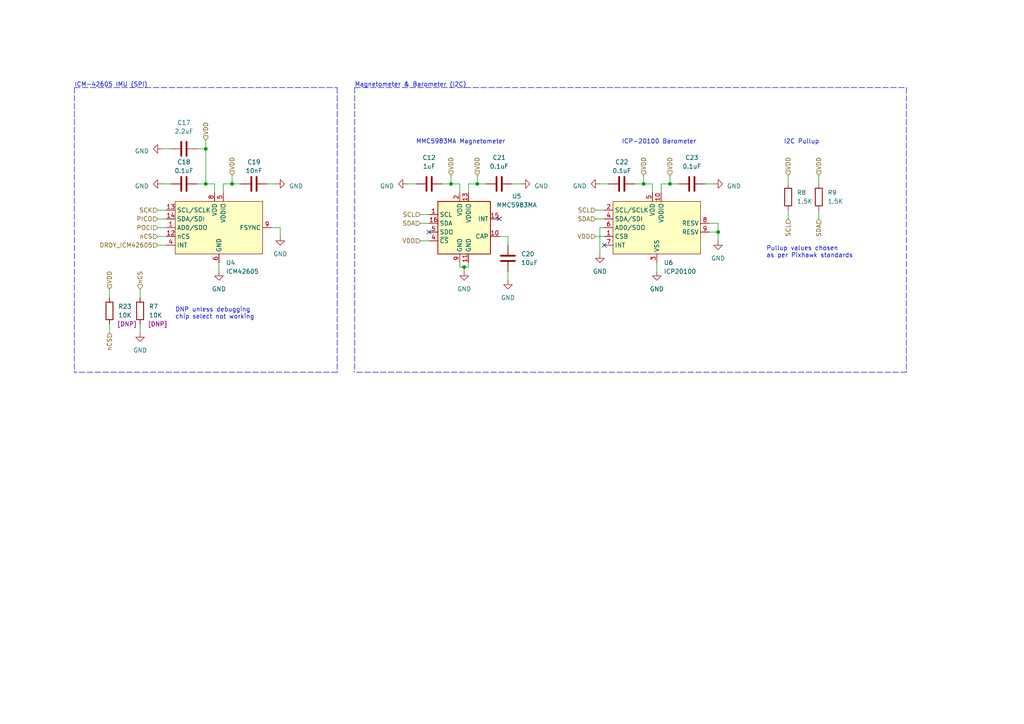
<source format=kicad_sch>
(kicad_sch (version 20211123) (generator eeschema)
  (paper "A4")
  (title_block (title "Sensor Suite") (date "2022-12-10") (rev "3") (company "Kalyan S, Vincent W, Kai G, Kush N") (comment 1 "ICM-42605 IMU") (comment 2 "MMC5983MA MAG") (comment 3 "BMP20100 BARO"))
  (lib_symbols
    (symbol "Device:C" (pin_numbers hide) (pin_names (offset 0.254))
      (property "Reference" "C" (at 0.635 2.54 0))
      (property "Value" "C" (at 0.635 -2.54 0))
      (symbol "C_0_1"
        (polyline (pts (xy -2.032 -0.762) (xy 2.032 -0.762)) (stroke (width 0.508)))
        (polyline (pts (xy -2.032 0.762) (xy 2.032 0.762)) (stroke (width 0.508)))
      )
      (symbol "C_1_1"
        (pin passive line (at 0 3.81 270) (length 2.794) (name "~") (number "1"))
        (pin passive line (at 0 -3.81 90) (length 2.794) (name "~") (number "2"))
      )
    )
    (symbol "Device:R" (pin_numbers hide) (pin_names (offset 0))
      (property "Reference" "R" (at 2.032 0 90))
      (property "Value" "R" (at 0 0 90))
      (symbol "R_0_1"
        (rectangle (start -1.016 -2.54) (end 1.016 2.54) (stroke (width 0.254)))
      )
      (symbol "R_1_1"
        (pin passive line (at 0 3.81 270) (length 1.27) (name "~") (number "1"))
        (pin passive line (at 0 -3.81 90) (length 1.27) (name "~") (number "2"))
      )
    )
    (symbol "ICM42605:ICM42605"
      (property "Reference" "U" (at -7.62 8.89 0))
      (property "Value" "ICM42605" (at 7.62 8.89 0))
      (symbol "ICM42605_0_1"
        (rectangle (start -12.7 7.62) (end 12.7 -7.62) (stroke (width 0.1524)) (fill (type background)))
      )
      (symbol "ICM42605_1_1"
        (pin bidirectional line (at -15.24 0 0) (length 2.54) (name "AD0/SDO") (number "1"))
        (pin input line (at -15.24 -2.54 0) (length 2.54) (name "nCS") (number "12"))
        (pin input line (at -15.24 5.08 0) (length 2.54) (name "SCL/SCLK") (number "13"))
        (pin bidirectional line (at -15.24 2.54 0) (length 2.54) (name "SDA/SDI") (number "14"))
        (pin output line (at -15.24 -5.08 0) (length 2.54) (name "INT") (number "4"))
        (pin power_in line (at 1.27 10.16 270) (length 2.54) (name "VDDIO") (number "5"))
        (pin power_in line (at 0 -10.16 90) (length 2.54) (name "GND") (number "6"))
        (pin power_in line (at -1.27 10.16 270) (length 2.54) (name "VDD") (number "8"))
        (pin passive line (at 15.24 0 180) (length 2.54) (name "FSYNC") (number "9"))
      )
    )
    (symbol "Invensense_ICP:ICP20100"
      (property "Reference" "U" (at -7.62 8.89 0))
      (property "Value" "ICP20100" (at 7.62 8.89 0))
      (symbol "ICP20100_0_1"
        (rectangle (start -12.7 7.62) (end 12.7 -7.62) (stroke (width 0.1524)) (fill (type background)))
      )
      (symbol "ICP20100_1_1"
        (pin input line (at -15.24 -2.54 0) (length 2.54) (name "CSB") (number "1"))
        (pin power_in line (at 1.27 10.16 270) (length 2.54) (name "VDDIO") (number "10"))
        (pin input line (at -15.24 5.08 0) (length 2.54) (name "SCL/SCLK") (number "2"))
        (pin power_in line (at 0 -10.16 90) (length 2.54) (name "VSS") (number "3"))
        (pin bidirectional line (at -15.24 2.54 0) (length 2.54) (name "SDA/SDI") (number "4"))
        (pin power_in line (at -1.27 10.16 270) (length 2.54) (name "VDD") (number "5"))
        (pin bidirectional line (at -15.24 0 0) (length 2.54) (name "AD0/SDO") (number "6"))
        (pin output line (at -15.24 -5.08 0) (length 2.54) (name "INT") (number "7"))
        (pin passive line (at 15.24 1.27 180) (length 2.54) (name "RESV") (number "8"))
        (pin passive line (at 15.24 -1.27 180) (length 2.54) (name "RESV") (number "9"))
      )
    )
    (symbol "MMC5983MA:MMC5983MA"
      (property "Reference" "U" (at -7.62 10.16 0))
      (property "Value" "MMC5983MA" (at 5.08 10.16 0))
      (symbol "MMC5983MA_0_0"
        (pin no_connect line (at 10.16 5.08 180) (length 2.54) hide (name "NC") (number "12"))
        (pin no_connect line (at 10.16 0 180) (length 2.54) hide (name "NC") (number "14"))
        (pin no_connect line (at 3.81 -10.16 90) (length 2.54) hide (name "NC") (number "3"))
        (pin no_connect line (at 3.81 10.16 270) (length 2.54) hide (name "NC") (number "6"))
        (pin no_connect line (at 10.16 -5.08 180) (length 2.54) hide (name "NC") (number "7"))
        (pin no_connect line (at -3.81 -10.16 90) (length 2.54) hide (name "NC") (number "8"))
      )
      (symbol "MMC5983MA_0_1"
        (rectangle (start -7.62 7.62) (end 7.62 -7.62) (stroke (width 0.254)) (fill (type background)))
      )
      (symbol "MMC5983MA_1_1"
        (pin input line (at -10.16 3.81 0) (length 2.54) (name "SCL") (number "1"))
        (pin passive line (at 10.16 -2.54 180) (length 2.54) (name "CAP") (number "10"))
        (pin power_in line (at 1.27 -10.16 90) (length 2.54) (name "GND") (number "11"))
        (pin power_in line (at 1.27 10.16 270) (length 2.54) (name "VDDIO") (number "13"))
        (pin output line (at 10.16 2.54 180) (length 2.54) (name "INT") (number "15"))
        (pin bidirectional line (at -10.16 1.27 0) (length 2.54) (name "SDA") (number "16"))
        (pin power_in line (at -1.27 10.16 270) (length 2.54) (name "VDD") (number "2"))
        (pin input line (at -10.16 -3.81 0) (length 2.54) (name "~{CS}") (number "4"))
        (pin output line (at -10.16 -1.27 0) (length 2.54) (name "SDO") (number "5"))
        (pin power_in line (at -1.27 -10.16 90) (length 2.54) (name "GND") (number "9"))
      )
    )
    (symbol "power:GND" (power) (pin_names (offset 0))
      (property "Value" "GND" (at 0 -3.81 0))
      (symbol "GND_0_1"
        (polyline (pts (xy 0 0) (xy 0 -1.27) (xy 1.27 -1.27) (xy 0 -2.54) (xy -1.27 -1.27) (xy 0 -1.27)))
      )
      (symbol "GND_1_1"
        (pin power_in line (at 0 0 270) (length 0) hide (name "GND") (number "1"))
      )
    )
  )
  (junction (at 67.31 53.34) (diameter 0.9144))
  (junction (at 138.43 53.34) (diameter 0.9144))
  (junction (at 134.62 77.47))
  (junction (at 194.31 53.34) (diameter 0.9144))
  (junction (at 186.69 53.34))
  (junction (at 59.69 43.18) (diameter 0.9144))
  (junction (at 208.28 67.31))
  (junction (at 130.81 53.34))
  (junction (at 59.69 53.34) (diameter 0.9144))
  (no_connect (at 175.26 71.12))
  (no_connect (at 124.46 67.31))
  (no_connect (at 144.78 63.5))
  (wire (pts (xy 64.77 53.34) (xy 67.31 53.34)))
  (wire (pts (xy 135.89 55.88) (xy 135.89 53.34)))
  (polyline (pts (xy 262.89 25.4) (xy 262.89 107.95)))
  (wire (pts (xy 173.99 73.66) (xy 173.99 66.04)))
  (wire (pts (xy 194.31 53.34) (xy 196.85 53.34)))
  (wire (pts (xy 77.47 53.34) (xy 80.01 53.34)))
  (wire (pts (xy 173.99 66.04) (xy 175.26 66.04)))
  (wire (pts (xy 130.81 53.34) (xy 133.35 53.34)))
  (wire (pts (xy 135.89 77.47) (xy 135.89 76.2)))
  (wire (pts (xy 59.69 43.18) (xy 59.69 53.34)))
  (wire (pts (xy 81.28 66.04) (xy 78.74 66.04)))
  (wire (pts (xy 130.81 50.8) (xy 130.81 53.34)))
  (wire (pts (xy 237.49 50.8) (xy 237.49 53.34)))
  (wire (pts (xy 63.5 76.2) (xy 63.5 78.74)))
  (wire (pts (xy 184.15 53.34) (xy 186.69 53.34)))
  (wire (pts (xy 189.23 55.88) (xy 189.23 53.34)))
  (wire (pts (xy 172.72 68.58) (xy 175.26 68.58)))
  (polyline (pts (xy 102.87 25.4) (xy 102.87 107.95)))
  (wire (pts (xy 190.5 76.2) (xy 190.5 78.74)))
  (polyline (pts (xy 97.79 107.95) (xy 21.59 107.95)))
  (wire (pts (xy 81.28 68.58) (xy 81.28 66.04)))
  (wire (pts (xy 67.31 53.34) (xy 69.85 53.34)))
  (wire (pts (xy 208.28 67.31) (xy 205.74 67.31)))
  (polyline (pts (xy 21.59 25.4) (xy 97.79 25.4)))
  (wire (pts (xy 45.72 63.5) (xy 48.26 63.5)))
  (wire (pts (xy 45.72 71.12) (xy 48.26 71.12)))
  (polyline (pts (xy 21.59 25.4) (xy 21.59 107.95)))
  (wire (pts (xy 191.77 53.34) (xy 194.31 53.34)))
  (wire (pts (xy 62.23 55.88) (xy 62.23 53.34)))
  (wire (pts (xy 147.32 78.74) (xy 147.32 81.28)))
  (wire (pts (xy 208.28 69.85) (xy 208.28 67.31)))
  (wire (pts (xy 67.31 50.8) (xy 67.31 53.34)))
  (wire (pts (xy 135.89 53.34) (xy 138.43 53.34)))
  (wire (pts (xy 45.72 68.58) (xy 48.26 68.58)))
  (wire (pts (xy 45.72 66.04) (xy 48.26 66.04)))
  (wire (pts (xy 204.47 53.34) (xy 207.01 53.34)))
  (wire (pts (xy 172.72 63.5) (xy 175.26 63.5)))
  (wire (pts (xy 31.75 83.82) (xy 31.75 86.36)))
  (wire (pts (xy 128.27 53.34) (xy 130.81 53.34)))
  (wire (pts (xy 138.43 50.8) (xy 138.43 53.34)))
  (wire (pts (xy 186.69 53.34) (xy 189.23 53.34)))
  (wire (pts (xy 57.15 43.18) (xy 59.69 43.18)))
  (wire (pts (xy 172.72 60.96) (xy 175.26 60.96)))
  (wire (pts (xy 144.78 68.58) (xy 147.32 68.58)))
  (wire (pts (xy 40.64 93.98) (xy 40.64 96.52)))
  (wire (pts (xy 59.69 40.64) (xy 59.69 43.18)))
  (wire (pts (xy 186.69 50.8) (xy 186.69 53.34)))
  (wire (pts (xy 31.75 93.98) (xy 31.75 96.52)))
  (wire (pts (xy 62.23 53.34) (xy 59.69 53.34)))
  (wire (pts (xy 173.99 53.34) (xy 176.53 53.34)))
  (wire (pts (xy 134.62 78.74) (xy 134.62 77.47)))
  (wire (pts (xy 40.64 83.82) (xy 40.64 86.36)))
  (wire (pts (xy 228.6 50.8) (xy 228.6 53.34)))
  (wire (pts (xy 121.92 62.23) (xy 124.46 62.23)))
  (wire (pts (xy 147.32 68.58) (xy 147.32 71.12)))
  (wire (pts (xy 191.77 55.88) (xy 191.77 53.34)))
  (wire (pts (xy 121.92 69.85) (xy 124.46 69.85)))
  (wire (pts (xy 64.77 55.88) (xy 64.77 53.34)))
  (polyline (pts (xy 262.89 107.95) (xy 102.87 107.95)))
  (wire (pts (xy 121.92 64.77) (xy 124.46 64.77)))
  (wire (pts (xy 133.35 55.88) (xy 133.35 53.34)))
  (wire (pts (xy 205.74 64.77) (xy 208.28 64.77)))
  (wire (pts (xy 208.28 64.77) (xy 208.28 67.31)))
  (wire (pts (xy 46.99 43.18) (xy 49.53 43.18)))
  (wire (pts (xy 138.43 53.34) (xy 140.97 53.34)))
  (wire (pts (xy 133.35 76.2) (xy 133.35 77.47)))
  (polyline (pts (xy 102.87 25.4) (xy 262.89 25.4)))
  (wire (pts (xy 118.11 53.34) (xy 120.65 53.34)))
  (wire (pts (xy 45.72 60.96) (xy 48.26 60.96)))
  (wire (pts (xy 133.35 77.47) (xy 134.62 77.47)))
  (wire (pts (xy 148.59 53.34) (xy 151.13 53.34)))
  (wire (pts (xy 194.31 50.8) (xy 194.31 53.34)))
  (wire (pts (xy 59.69 53.34) (xy 57.15 53.34)))
  (wire (pts (xy 46.99 53.34) (xy 49.53 53.34)))
  (wire (pts (xy 228.6 60.96) (xy 228.6 63.5)))
  (wire (pts (xy 134.62 77.47) (xy 135.89 77.47)))
  (wire (pts (xy 237.49 60.96) (xy 237.49 63.5)))
  (polyline (pts (xy 97.79 25.4) (xy 97.79 107.95)))
  (text "ICM-42605 IMU (SPI)" (at 21.59 25.4 0) (effects (font (size 1.27 1.27)) (justify left bottom)))
  (text "DNP unless debugging\nchip select not working" (at 50.8 92.71 0) (effects (font (size 1.27 1.27)) (justify left bottom)))
  (text "Magnetometer & Barometer (I2C)" (at 102.87 25.4 0) (effects (font (size 1.27 1.27)) (justify left bottom)))
  (text "ICP-20100 Barometer" (at 180.34 41.91 0) (effects (font (size 1.27 1.27)) (justify left bottom)))
  (text "I2C Pullup" (at 227.33 41.91 0) (effects (font (size 1.27 1.27)) (justify left bottom)))
  (text "Pullup values chosen\nas per Pixhawk standards" (at 222.25 74.93 0) (effects (font (size 1.27 1.27)) (justify left bottom)))
  (text "MMC5983MA Magnetometer" (at 120.65 41.91 0) (effects (font (size 1.27 1.27)) (justify left bottom)))
  (hierarchical_label "nCS" (shape input) (at 45.72 68.58 180))
  (hierarchical_label "SDA" (shape input) (at 172.72 63.5 180))
  (hierarchical_label "VDD" (shape input) (at 138.43 50.8 90))
  (hierarchical_label "POCI" (shape input) (at 45.72 66.04 180))
  (hierarchical_label "VDD" (shape input) (at 237.49 50.8 90))
  (hierarchical_label "VDD" (shape input) (at 130.81 50.8 90))
  (hierarchical_label "VDD" (shape input) (at 31.75 83.82 90))
  (hierarchical_label "SCL" (shape input) (at 172.72 60.96 180))
  (hierarchical_label "SDA" (shape input) (at 237.49 63.5 270))
  (hierarchical_label "VDD" (shape input) (at 186.69 50.8 90))
  (hierarchical_label "VDD" (shape input) (at 194.31 50.8 90))
  (hierarchical_label "VDD" (shape input) (at 228.6 50.8 90))
  (hierarchical_label "SDA" (shape input) (at 121.92 64.77 180))
  (hierarchical_label "VDD" (shape input) (at 67.31 50.8 90))
  (hierarchical_label "VDD" (shape input) (at 121.92 69.85 180))
  (hierarchical_label "VDD" (shape input) (at 59.69 40.64 90))
  (hierarchical_label "nCS" (shape input) (at 40.64 83.82 90))
  (hierarchical_label "DRDY_ICM42605" (shape input) (at 45.72 71.12 180))
  (hierarchical_label "SCL" (shape input) (at 121.92 62.23 180))
  (hierarchical_label "SCK" (shape input) (at 45.72 60.96 180))
  (hierarchical_label "nCS" (shape input) (at 31.75 96.52 270))
  (hierarchical_label "PICO" (shape input) (at 45.72 63.5 180))
  (hierarchical_label "VDD" (shape input) (at 172.72 68.58 180))
  (hierarchical_label "SCL" (shape input) (at 228.6 63.5 270))
  (symbol (lib_id "Device:R") (at 228.6 57.15 0) (unit 1)
    (property "Reference" "R8" (at 231.14 55.8799 0) (effects (justify left)))
    (property "Value" "1.5K" (at 231.14 58.4199 0) (effects (justify left)))
    (property "Footprint" "Resistor_SMD:R_0201_0603Metric" (effects hide))
  )
  (symbol (lib_id "power:GND") (at 190.5 78.74 0) (unit 1)
    (property "Reference" "#PWR039" (effects hide))
    (property "Value" "GND" (at 190.5 83.82 0))
  )
  (symbol (lib_id "power:GND") (at 207.01 53.34 90) (unit 1)
    (property "Reference" "#PWR040" (effects hide))
    (property "Value" "GND" (at 210.82 53.9749 90) (effects (justify right)))
  )
  (symbol (lib_id "Device:R") (at 31.75 90.17 0) (unit 1)
    (property "Reference" "R23" (at 34.29 88.8999 0) (effects (justify left)))
    (property "Value" "10K" (at 34.29 91.4399 0) (effects (justify left)))
    (property "Footprint" "Resistor_SMD:R_0402_1005Metric" (effects hide))
    (property "DNP" "[DNP]" (at 36.83 93.98 0))
  )
  (symbol (lib_id "power:GND") (at 81.28 68.58 0) (unit 1)
    (property "Reference" "#PWR021" (effects hide))
    (property "Value" "GND" (at 81.28 73.66 0))
  )
  (symbol (lib_id "Device:R") (at 40.64 90.17 0) (unit 1)
    (property "Reference" "R7" (at 43.18 88.8999 0) (effects (justify left)))
    (property "Value" "10K" (at 43.18 91.4399 0) (effects (justify left)))
    (property "Footprint" "Resistor_SMD:R_0402_1005Metric" (effects hide))
    (property "DNP" "[DNP]" (at 45.72 93.98 0))
  )
  (symbol (lib_id "power:GND") (at 63.5 78.74 0) (unit 1)
    (property "Reference" "#PWR0104" (effects hide))
    (property "Value" "GND" (at 63.5 83.82 0))
  )
  (symbol (lib_id "power:GND") (at 173.99 53.34 270) (unit 1)
    (property "Reference" "#PWR037" (effects hide))
    (property "Value" "GND" (at 170.18 53.9749 90) (effects (justify right)))
  )
  (symbol (lib_id "power:GND") (at 46.99 53.34 270) (unit 1)
    (property "Reference" "#PWR028" (effects hide))
    (property "Value" "GND" (at 43.18 53.9749 90) (effects (justify right)))
  )
  (symbol (lib_id "Device:C") (at 200.66 53.34 90) (unit 1)
    (property "Reference" "C23" (at 200.66 45.72 90))
    (property "Value" "0.1uF" (at 200.66 48.26 90))
    (property "Footprint" "Capacitor_SMD:C_0201_0603Metric" (effects hide))
  )
  (symbol (lib_id "power:GND") (at 147.32 81.28 0) (unit 1)
    (property "Reference" "#PWR035" (effects hide))
    (property "Value" "GND" (at 147.32 86.36 0))
  )
  (symbol (lib_id "Device:C") (at 53.34 53.34 90) (unit 1)
    (property "Reference" "C18" (at 53.34 46.99 90))
    (property "Value" "0.1uF" (at 53.34 49.53 90))
    (property "Footprint" "Capacitor_SMD:C_0201_0603Metric" (effects hide))
  )
  (symbol (lib_id "Device:C") (at 73.66 53.34 90) (unit 1)
    (property "Reference" "C19" (at 73.66 46.99 90))
    (property "Value" "10nF" (at 73.66 49.53 90))
    (property "Footprint" "Capacitor_SMD:C_0201_0603Metric" (effects hide))
  )
  (symbol (lib_id "power:GND") (at 46.99 43.18 270) (unit 1)
    (property "Reference" "#PWR027" (effects hide))
    (property "Value" "GND" (at 43.18 43.8149 90) (effects (justify right)))
  )
  (symbol (lib_id "Device:C") (at 53.34 43.18 90) (unit 1)
    (property "Reference" "C17" (at 53.34 35.56 90))
    (property "Value" "2.2uF" (at 53.34 38.1 90))
    (property "Footprint" "Capacitor_SMD:C_0201_0603Metric" (effects hide))
  )
  (symbol (lib_id "Invensense_ICP:ICP20100") (at 190.5 66.04 0) (unit 1)
    (property "Reference" "U6" (at 192.5194 76.2 0) (effects (justify left)))
    (property "Value" "ICP20100" (at 192.5194 78.74 0) (effects (justify left)))
    (property "Footprint" "ICP20100:PQFN50P200X200X85-10N" (effects hide))
  )
  (symbol (lib_id "Device:R") (at 237.49 57.15 0) (unit 1)
    (property "Reference" "R9" (at 240.03 55.8799 0) (effects (justify left)))
    (property "Value" "1.5K" (at 240.03 58.4199 0) (effects (justify left)))
    (property "Footprint" "Resistor_SMD:R_0201_0603Metric" (effects hide))
  )
  (symbol (lib_id "Device:C") (at 147.32 74.93 0) (unit 1)
    (property "Reference" "C20" (at 151.13 73.6599 0) (effects (justify left)))
    (property "Value" "10uF" (at 151.13 76.1999 0) (effects (justify left)))
    (property "Footprint" "Capacitor_SMD:C_0402_1005Metric" (effects hide))
  )
  (symbol (lib_id "power:GND") (at 208.28 69.85 0) (unit 1)
    (property "Reference" "#PWR041" (effects hide))
    (property "Value" "GND" (at 208.28 74.93 0))
  )
  (symbol (lib_id "power:GND") (at 40.64 96.52 0) (unit 1)
    (property "Reference" "#PWR029" (effects hide))
    (property "Value" "GND" (at 40.64 101.6 0))
  )
  (symbol (lib_id "MMC5983MA:MMC5983MA") (at 134.62 66.04 0) (unit 1)
    (property "Reference" "U5" (at 149.86 56.9212 0))
    (property "Value" "MMC5983MA" (at 149.86 59.4612 0))
    (property "Footprint" "Package_LGA:LGA-16_3x3mm_P0.5mm" (effects hide))
    (property "Datasheet" "https://www.memsic.com/Public/Uploads/uploadfile/files/20220119/MMC5983MADatasheetRevA.pdf" (effects hide))
  )
  (symbol (lib_id "power:GND") (at 173.99 73.66 0) (unit 1)
    (property "Reference" "#PWR038" (effects hide))
    (property "Value" "GND" (at 173.99 78.74 0))
  )
  (symbol (lib_id "Device:C") (at 124.46 53.34 90) (unit 1)
    (property "Reference" "C12" (at 124.46 45.72 90))
    (property "Value" "1uF" (at 124.46 48.26 90))
    (property "Footprint" "Capacitor_SMD:C_0201_0603Metric" (effects hide))
  )
  (symbol (lib_id "ICM42605:ICM42605") (at 63.5 66.04 0) (unit 1)
    (property "Reference" "U4" (at 65.5194 76.2 0) (effects (justify left)))
    (property "Value" "ICM42605" (at 65.5194 78.74 0) (effects (justify left)))
    (property "Footprint" "Package_LGA:LGA-14_3x2.5mm_P0.5mm_LayoutBorder3x4y" (effects hide))
  )
  (symbol (lib_id "Device:C") (at 144.78 53.34 90) (unit 1)
    (property "Reference" "C21" (at 144.78 45.72 90))
    (property "Value" "0.1uF" (at 144.78 48.26 90))
    (property "Footprint" "Capacitor_SMD:C_0201_0603Metric" (effects hide))
  )
  (symbol (lib_id "power:GND") (at 134.62 78.74 0) (unit 1)
    (property "Reference" "#PWR034" (effects hide))
    (property "Value" "GND" (at 134.62 83.82 0))
  )
  (symbol (lib_id "Device:C") (at 180.34 53.34 90) (unit 1)
    (property "Reference" "C22" (at 180.34 46.99 90))
    (property "Value" "0.1uF" (at 180.34 49.53 90))
    (property "Footprint" "Capacitor_SMD:C_0201_0603Metric" (effects hide))
  )
  (symbol (lib_id "power:GND") (at 151.13 53.34 90) (unit 1)
    (property "Reference" "#PWR023" (effects hide))
    (property "Value" "GND" (at 154.94 53.9749 90) (effects (justify right)))
  )
  (symbol (lib_id "power:GND") (at 80.01 53.34 90) (unit 1)
    (property "Reference" "#PWR031" (effects hide))
    (property "Value" "GND" (at 83.82 53.9749 90) (effects (justify right)))
  )
  (symbol (lib_id "power:GND") (at 118.11 53.34 270) (unit 1)
    (property "Reference" "#PWR022" (effects hide))
    (property "Value" "GND" (at 114.3 53.9749 90) (effects (justify right)))
  )
)
</source>
